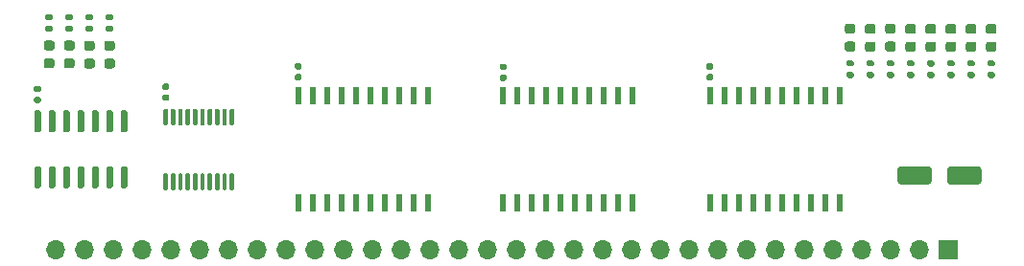
<source format=gbr>
%TF.GenerationSoftware,KiCad,Pcbnew,(5.1.10-1-10_14)*%
%TF.CreationDate,2021-09-10T00:22:32-04:00*%
%TF.ProjectId,smd-register-array,736d642d-7265-4676-9973-7465722d6172,rev?*%
%TF.SameCoordinates,Original*%
%TF.FileFunction,Soldermask,Top*%
%TF.FilePolarity,Negative*%
%FSLAX46Y46*%
G04 Gerber Fmt 4.6, Leading zero omitted, Abs format (unit mm)*
G04 Created by KiCad (PCBNEW (5.1.10-1-10_14)) date 2021-09-10 00:22:32*
%MOMM*%
%LPD*%
G01*
G04 APERTURE LIST*
%ADD10O,1.700000X1.700000*%
%ADD11R,1.700000X1.700000*%
%ADD12R,0.600000X1.500000*%
G04 APERTURE END LIST*
D10*
%TO.C,J1*%
X123698000Y-89916000D03*
X126238000Y-89916000D03*
X128778000Y-89916000D03*
X131318000Y-89916000D03*
X133858000Y-89916000D03*
X136398000Y-89916000D03*
X138938000Y-89916000D03*
X141478000Y-89916000D03*
X144018000Y-89916000D03*
X146558000Y-89916000D03*
X149098000Y-89916000D03*
X151638000Y-89916000D03*
X154178000Y-89916000D03*
X156718000Y-89916000D03*
X159258000Y-89916000D03*
X161798000Y-89916000D03*
X164338000Y-89916000D03*
X166878000Y-89916000D03*
X169418000Y-89916000D03*
X171958000Y-89916000D03*
X174498000Y-89916000D03*
X177038000Y-89916000D03*
X179578000Y-89916000D03*
X182118000Y-89916000D03*
X184658000Y-89916000D03*
X187198000Y-89916000D03*
X189738000Y-89916000D03*
X192278000Y-89916000D03*
X194818000Y-89916000D03*
X197358000Y-89916000D03*
X199898000Y-89916000D03*
D11*
X202438000Y-89916000D03*
%TD*%
%TO.C,C6*%
G36*
G01*
X122282000Y-75958000D02*
X121942000Y-75958000D01*
G75*
G02*
X121802000Y-75818000I0J140000D01*
G01*
X121802000Y-75538000D01*
G75*
G02*
X121942000Y-75398000I140000J0D01*
G01*
X122282000Y-75398000D01*
G75*
G02*
X122422000Y-75538000I0J-140000D01*
G01*
X122422000Y-75818000D01*
G75*
G02*
X122282000Y-75958000I-140000J0D01*
G01*
G37*
G36*
G01*
X122282000Y-76918000D02*
X121942000Y-76918000D01*
G75*
G02*
X121802000Y-76778000I0J140000D01*
G01*
X121802000Y-76498000D01*
G75*
G02*
X121942000Y-76358000I140000J0D01*
G01*
X122282000Y-76358000D01*
G75*
G02*
X122422000Y-76498000I0J-140000D01*
G01*
X122422000Y-76778000D01*
G75*
G02*
X122282000Y-76918000I-140000J0D01*
G01*
G37*
%TD*%
D12*
%TO.C,U5*%
X181421000Y-76262000D03*
X182691000Y-76262000D03*
X183961000Y-76262000D03*
X185231000Y-76262000D03*
X186501000Y-76262000D03*
X187771000Y-76262000D03*
X189041000Y-76262000D03*
X190311000Y-76262000D03*
X191581000Y-76262000D03*
X192851000Y-76262000D03*
X192851000Y-85762000D03*
X191581000Y-85762000D03*
X190311000Y-85762000D03*
X189041000Y-85762000D03*
X181421000Y-85762000D03*
X182691000Y-85762000D03*
X183961000Y-85762000D03*
X185231000Y-85762000D03*
X186501000Y-85762000D03*
X187771000Y-85762000D03*
%TD*%
%TO.C,U4*%
X163190600Y-76262000D03*
X164460600Y-76262000D03*
X165730600Y-76262000D03*
X167000600Y-76262000D03*
X168270600Y-76262000D03*
X169540600Y-76262000D03*
X170810600Y-76262000D03*
X172080600Y-76262000D03*
X173350600Y-76262000D03*
X174620600Y-76262000D03*
X174620600Y-85762000D03*
X173350600Y-85762000D03*
X172080600Y-85762000D03*
X170810600Y-85762000D03*
X163190600Y-85762000D03*
X164460600Y-85762000D03*
X165730600Y-85762000D03*
X167000600Y-85762000D03*
X168270600Y-85762000D03*
X169540600Y-85762000D03*
%TD*%
%TO.C,U3*%
X145099000Y-76262000D03*
X146369000Y-76262000D03*
X147639000Y-76262000D03*
X148909000Y-76262000D03*
X150179000Y-76262000D03*
X151449000Y-76262000D03*
X152719000Y-76262000D03*
X153989000Y-76262000D03*
X155259000Y-76262000D03*
X156529000Y-76262000D03*
X156529000Y-85762000D03*
X155259000Y-85762000D03*
X153989000Y-85762000D03*
X152719000Y-85762000D03*
X145099000Y-85762000D03*
X146369000Y-85762000D03*
X147639000Y-85762000D03*
X148909000Y-85762000D03*
X150179000Y-85762000D03*
X151449000Y-85762000D03*
%TD*%
%TO.C,U2*%
G36*
G01*
X133511000Y-78887000D02*
X133311000Y-78887000D01*
G75*
G02*
X133211000Y-78787000I0J100000D01*
G01*
X133211000Y-77512000D01*
G75*
G02*
X133311000Y-77412000I100000J0D01*
G01*
X133511000Y-77412000D01*
G75*
G02*
X133611000Y-77512000I0J-100000D01*
G01*
X133611000Y-78787000D01*
G75*
G02*
X133511000Y-78887000I-100000J0D01*
G01*
G37*
G36*
G01*
X134161000Y-78887000D02*
X133961000Y-78887000D01*
G75*
G02*
X133861000Y-78787000I0J100000D01*
G01*
X133861000Y-77512000D01*
G75*
G02*
X133961000Y-77412000I100000J0D01*
G01*
X134161000Y-77412000D01*
G75*
G02*
X134261000Y-77512000I0J-100000D01*
G01*
X134261000Y-78787000D01*
G75*
G02*
X134161000Y-78887000I-100000J0D01*
G01*
G37*
G36*
G01*
X134811000Y-78887000D02*
X134611000Y-78887000D01*
G75*
G02*
X134511000Y-78787000I0J100000D01*
G01*
X134511000Y-77512000D01*
G75*
G02*
X134611000Y-77412000I100000J0D01*
G01*
X134811000Y-77412000D01*
G75*
G02*
X134911000Y-77512000I0J-100000D01*
G01*
X134911000Y-78787000D01*
G75*
G02*
X134811000Y-78887000I-100000J0D01*
G01*
G37*
G36*
G01*
X135461000Y-78887000D02*
X135261000Y-78887000D01*
G75*
G02*
X135161000Y-78787000I0J100000D01*
G01*
X135161000Y-77512000D01*
G75*
G02*
X135261000Y-77412000I100000J0D01*
G01*
X135461000Y-77412000D01*
G75*
G02*
X135561000Y-77512000I0J-100000D01*
G01*
X135561000Y-78787000D01*
G75*
G02*
X135461000Y-78887000I-100000J0D01*
G01*
G37*
G36*
G01*
X136111000Y-78887000D02*
X135911000Y-78887000D01*
G75*
G02*
X135811000Y-78787000I0J100000D01*
G01*
X135811000Y-77512000D01*
G75*
G02*
X135911000Y-77412000I100000J0D01*
G01*
X136111000Y-77412000D01*
G75*
G02*
X136211000Y-77512000I0J-100000D01*
G01*
X136211000Y-78787000D01*
G75*
G02*
X136111000Y-78887000I-100000J0D01*
G01*
G37*
G36*
G01*
X136761000Y-78887000D02*
X136561000Y-78887000D01*
G75*
G02*
X136461000Y-78787000I0J100000D01*
G01*
X136461000Y-77512000D01*
G75*
G02*
X136561000Y-77412000I100000J0D01*
G01*
X136761000Y-77412000D01*
G75*
G02*
X136861000Y-77512000I0J-100000D01*
G01*
X136861000Y-78787000D01*
G75*
G02*
X136761000Y-78887000I-100000J0D01*
G01*
G37*
G36*
G01*
X137411000Y-78887000D02*
X137211000Y-78887000D01*
G75*
G02*
X137111000Y-78787000I0J100000D01*
G01*
X137111000Y-77512000D01*
G75*
G02*
X137211000Y-77412000I100000J0D01*
G01*
X137411000Y-77412000D01*
G75*
G02*
X137511000Y-77512000I0J-100000D01*
G01*
X137511000Y-78787000D01*
G75*
G02*
X137411000Y-78887000I-100000J0D01*
G01*
G37*
G36*
G01*
X138061000Y-78887000D02*
X137861000Y-78887000D01*
G75*
G02*
X137761000Y-78787000I0J100000D01*
G01*
X137761000Y-77512000D01*
G75*
G02*
X137861000Y-77412000I100000J0D01*
G01*
X138061000Y-77412000D01*
G75*
G02*
X138161000Y-77512000I0J-100000D01*
G01*
X138161000Y-78787000D01*
G75*
G02*
X138061000Y-78887000I-100000J0D01*
G01*
G37*
G36*
G01*
X138711000Y-78887000D02*
X138511000Y-78887000D01*
G75*
G02*
X138411000Y-78787000I0J100000D01*
G01*
X138411000Y-77512000D01*
G75*
G02*
X138511000Y-77412000I100000J0D01*
G01*
X138711000Y-77412000D01*
G75*
G02*
X138811000Y-77512000I0J-100000D01*
G01*
X138811000Y-78787000D01*
G75*
G02*
X138711000Y-78887000I-100000J0D01*
G01*
G37*
G36*
G01*
X139361000Y-78887000D02*
X139161000Y-78887000D01*
G75*
G02*
X139061000Y-78787000I0J100000D01*
G01*
X139061000Y-77512000D01*
G75*
G02*
X139161000Y-77412000I100000J0D01*
G01*
X139361000Y-77412000D01*
G75*
G02*
X139461000Y-77512000I0J-100000D01*
G01*
X139461000Y-78787000D01*
G75*
G02*
X139361000Y-78887000I-100000J0D01*
G01*
G37*
G36*
G01*
X139361000Y-84612000D02*
X139161000Y-84612000D01*
G75*
G02*
X139061000Y-84512000I0J100000D01*
G01*
X139061000Y-83237000D01*
G75*
G02*
X139161000Y-83137000I100000J0D01*
G01*
X139361000Y-83137000D01*
G75*
G02*
X139461000Y-83237000I0J-100000D01*
G01*
X139461000Y-84512000D01*
G75*
G02*
X139361000Y-84612000I-100000J0D01*
G01*
G37*
G36*
G01*
X138711000Y-84612000D02*
X138511000Y-84612000D01*
G75*
G02*
X138411000Y-84512000I0J100000D01*
G01*
X138411000Y-83237000D01*
G75*
G02*
X138511000Y-83137000I100000J0D01*
G01*
X138711000Y-83137000D01*
G75*
G02*
X138811000Y-83237000I0J-100000D01*
G01*
X138811000Y-84512000D01*
G75*
G02*
X138711000Y-84612000I-100000J0D01*
G01*
G37*
G36*
G01*
X138061000Y-84612000D02*
X137861000Y-84612000D01*
G75*
G02*
X137761000Y-84512000I0J100000D01*
G01*
X137761000Y-83237000D01*
G75*
G02*
X137861000Y-83137000I100000J0D01*
G01*
X138061000Y-83137000D01*
G75*
G02*
X138161000Y-83237000I0J-100000D01*
G01*
X138161000Y-84512000D01*
G75*
G02*
X138061000Y-84612000I-100000J0D01*
G01*
G37*
G36*
G01*
X137411000Y-84612000D02*
X137211000Y-84612000D01*
G75*
G02*
X137111000Y-84512000I0J100000D01*
G01*
X137111000Y-83237000D01*
G75*
G02*
X137211000Y-83137000I100000J0D01*
G01*
X137411000Y-83137000D01*
G75*
G02*
X137511000Y-83237000I0J-100000D01*
G01*
X137511000Y-84512000D01*
G75*
G02*
X137411000Y-84612000I-100000J0D01*
G01*
G37*
G36*
G01*
X136761000Y-84612000D02*
X136561000Y-84612000D01*
G75*
G02*
X136461000Y-84512000I0J100000D01*
G01*
X136461000Y-83237000D01*
G75*
G02*
X136561000Y-83137000I100000J0D01*
G01*
X136761000Y-83137000D01*
G75*
G02*
X136861000Y-83237000I0J-100000D01*
G01*
X136861000Y-84512000D01*
G75*
G02*
X136761000Y-84612000I-100000J0D01*
G01*
G37*
G36*
G01*
X136111000Y-84612000D02*
X135911000Y-84612000D01*
G75*
G02*
X135811000Y-84512000I0J100000D01*
G01*
X135811000Y-83237000D01*
G75*
G02*
X135911000Y-83137000I100000J0D01*
G01*
X136111000Y-83137000D01*
G75*
G02*
X136211000Y-83237000I0J-100000D01*
G01*
X136211000Y-84512000D01*
G75*
G02*
X136111000Y-84612000I-100000J0D01*
G01*
G37*
G36*
G01*
X135461000Y-84612000D02*
X135261000Y-84612000D01*
G75*
G02*
X135161000Y-84512000I0J100000D01*
G01*
X135161000Y-83237000D01*
G75*
G02*
X135261000Y-83137000I100000J0D01*
G01*
X135461000Y-83137000D01*
G75*
G02*
X135561000Y-83237000I0J-100000D01*
G01*
X135561000Y-84512000D01*
G75*
G02*
X135461000Y-84612000I-100000J0D01*
G01*
G37*
G36*
G01*
X134811000Y-84612000D02*
X134611000Y-84612000D01*
G75*
G02*
X134511000Y-84512000I0J100000D01*
G01*
X134511000Y-83237000D01*
G75*
G02*
X134611000Y-83137000I100000J0D01*
G01*
X134811000Y-83137000D01*
G75*
G02*
X134911000Y-83237000I0J-100000D01*
G01*
X134911000Y-84512000D01*
G75*
G02*
X134811000Y-84612000I-100000J0D01*
G01*
G37*
G36*
G01*
X134161000Y-84612000D02*
X133961000Y-84612000D01*
G75*
G02*
X133861000Y-84512000I0J100000D01*
G01*
X133861000Y-83237000D01*
G75*
G02*
X133961000Y-83137000I100000J0D01*
G01*
X134161000Y-83137000D01*
G75*
G02*
X134261000Y-83237000I0J-100000D01*
G01*
X134261000Y-84512000D01*
G75*
G02*
X134161000Y-84612000I-100000J0D01*
G01*
G37*
G36*
G01*
X133511000Y-84612000D02*
X133311000Y-84612000D01*
G75*
G02*
X133211000Y-84512000I0J100000D01*
G01*
X133211000Y-83237000D01*
G75*
G02*
X133311000Y-83137000I100000J0D01*
G01*
X133511000Y-83137000D01*
G75*
G02*
X133611000Y-83237000I0J-100000D01*
G01*
X133611000Y-84512000D01*
G75*
G02*
X133511000Y-84612000I-100000J0D01*
G01*
G37*
%TD*%
%TO.C,U1*%
G36*
G01*
X122262000Y-79512000D02*
X121962000Y-79512000D01*
G75*
G02*
X121812000Y-79362000I0J150000D01*
G01*
X121812000Y-77712000D01*
G75*
G02*
X121962000Y-77562000I150000J0D01*
G01*
X122262000Y-77562000D01*
G75*
G02*
X122412000Y-77712000I0J-150000D01*
G01*
X122412000Y-79362000D01*
G75*
G02*
X122262000Y-79512000I-150000J0D01*
G01*
G37*
G36*
G01*
X123532000Y-79512000D02*
X123232000Y-79512000D01*
G75*
G02*
X123082000Y-79362000I0J150000D01*
G01*
X123082000Y-77712000D01*
G75*
G02*
X123232000Y-77562000I150000J0D01*
G01*
X123532000Y-77562000D01*
G75*
G02*
X123682000Y-77712000I0J-150000D01*
G01*
X123682000Y-79362000D01*
G75*
G02*
X123532000Y-79512000I-150000J0D01*
G01*
G37*
G36*
G01*
X124802000Y-79512000D02*
X124502000Y-79512000D01*
G75*
G02*
X124352000Y-79362000I0J150000D01*
G01*
X124352000Y-77712000D01*
G75*
G02*
X124502000Y-77562000I150000J0D01*
G01*
X124802000Y-77562000D01*
G75*
G02*
X124952000Y-77712000I0J-150000D01*
G01*
X124952000Y-79362000D01*
G75*
G02*
X124802000Y-79512000I-150000J0D01*
G01*
G37*
G36*
G01*
X126072000Y-79512000D02*
X125772000Y-79512000D01*
G75*
G02*
X125622000Y-79362000I0J150000D01*
G01*
X125622000Y-77712000D01*
G75*
G02*
X125772000Y-77562000I150000J0D01*
G01*
X126072000Y-77562000D01*
G75*
G02*
X126222000Y-77712000I0J-150000D01*
G01*
X126222000Y-79362000D01*
G75*
G02*
X126072000Y-79512000I-150000J0D01*
G01*
G37*
G36*
G01*
X127342000Y-79512000D02*
X127042000Y-79512000D01*
G75*
G02*
X126892000Y-79362000I0J150000D01*
G01*
X126892000Y-77712000D01*
G75*
G02*
X127042000Y-77562000I150000J0D01*
G01*
X127342000Y-77562000D01*
G75*
G02*
X127492000Y-77712000I0J-150000D01*
G01*
X127492000Y-79362000D01*
G75*
G02*
X127342000Y-79512000I-150000J0D01*
G01*
G37*
G36*
G01*
X128612000Y-79512000D02*
X128312000Y-79512000D01*
G75*
G02*
X128162000Y-79362000I0J150000D01*
G01*
X128162000Y-77712000D01*
G75*
G02*
X128312000Y-77562000I150000J0D01*
G01*
X128612000Y-77562000D01*
G75*
G02*
X128762000Y-77712000I0J-150000D01*
G01*
X128762000Y-79362000D01*
G75*
G02*
X128612000Y-79512000I-150000J0D01*
G01*
G37*
G36*
G01*
X129882000Y-79512000D02*
X129582000Y-79512000D01*
G75*
G02*
X129432000Y-79362000I0J150000D01*
G01*
X129432000Y-77712000D01*
G75*
G02*
X129582000Y-77562000I150000J0D01*
G01*
X129882000Y-77562000D01*
G75*
G02*
X130032000Y-77712000I0J-150000D01*
G01*
X130032000Y-79362000D01*
G75*
G02*
X129882000Y-79512000I-150000J0D01*
G01*
G37*
G36*
G01*
X129882000Y-84462000D02*
X129582000Y-84462000D01*
G75*
G02*
X129432000Y-84312000I0J150000D01*
G01*
X129432000Y-82662000D01*
G75*
G02*
X129582000Y-82512000I150000J0D01*
G01*
X129882000Y-82512000D01*
G75*
G02*
X130032000Y-82662000I0J-150000D01*
G01*
X130032000Y-84312000D01*
G75*
G02*
X129882000Y-84462000I-150000J0D01*
G01*
G37*
G36*
G01*
X128612000Y-84462000D02*
X128312000Y-84462000D01*
G75*
G02*
X128162000Y-84312000I0J150000D01*
G01*
X128162000Y-82662000D01*
G75*
G02*
X128312000Y-82512000I150000J0D01*
G01*
X128612000Y-82512000D01*
G75*
G02*
X128762000Y-82662000I0J-150000D01*
G01*
X128762000Y-84312000D01*
G75*
G02*
X128612000Y-84462000I-150000J0D01*
G01*
G37*
G36*
G01*
X127342000Y-84462000D02*
X127042000Y-84462000D01*
G75*
G02*
X126892000Y-84312000I0J150000D01*
G01*
X126892000Y-82662000D01*
G75*
G02*
X127042000Y-82512000I150000J0D01*
G01*
X127342000Y-82512000D01*
G75*
G02*
X127492000Y-82662000I0J-150000D01*
G01*
X127492000Y-84312000D01*
G75*
G02*
X127342000Y-84462000I-150000J0D01*
G01*
G37*
G36*
G01*
X126072000Y-84462000D02*
X125772000Y-84462000D01*
G75*
G02*
X125622000Y-84312000I0J150000D01*
G01*
X125622000Y-82662000D01*
G75*
G02*
X125772000Y-82512000I150000J0D01*
G01*
X126072000Y-82512000D01*
G75*
G02*
X126222000Y-82662000I0J-150000D01*
G01*
X126222000Y-84312000D01*
G75*
G02*
X126072000Y-84462000I-150000J0D01*
G01*
G37*
G36*
G01*
X124802000Y-84462000D02*
X124502000Y-84462000D01*
G75*
G02*
X124352000Y-84312000I0J150000D01*
G01*
X124352000Y-82662000D01*
G75*
G02*
X124502000Y-82512000I150000J0D01*
G01*
X124802000Y-82512000D01*
G75*
G02*
X124952000Y-82662000I0J-150000D01*
G01*
X124952000Y-84312000D01*
G75*
G02*
X124802000Y-84462000I-150000J0D01*
G01*
G37*
G36*
G01*
X123532000Y-84462000D02*
X123232000Y-84462000D01*
G75*
G02*
X123082000Y-84312000I0J150000D01*
G01*
X123082000Y-82662000D01*
G75*
G02*
X123232000Y-82512000I150000J0D01*
G01*
X123532000Y-82512000D01*
G75*
G02*
X123682000Y-82662000I0J-150000D01*
G01*
X123682000Y-84312000D01*
G75*
G02*
X123532000Y-84462000I-150000J0D01*
G01*
G37*
G36*
G01*
X122262000Y-84462000D02*
X121962000Y-84462000D01*
G75*
G02*
X121812000Y-84312000I0J150000D01*
G01*
X121812000Y-82662000D01*
G75*
G02*
X121962000Y-82512000I150000J0D01*
G01*
X122262000Y-82512000D01*
G75*
G02*
X122412000Y-82662000I0J-150000D01*
G01*
X122412000Y-84312000D01*
G75*
G02*
X122262000Y-84462000I-150000J0D01*
G01*
G37*
%TD*%
%TO.C,R12*%
G36*
G01*
X123313000Y-69594000D02*
X122943000Y-69594000D01*
G75*
G02*
X122808000Y-69459000I0J135000D01*
G01*
X122808000Y-69189000D01*
G75*
G02*
X122943000Y-69054000I135000J0D01*
G01*
X123313000Y-69054000D01*
G75*
G02*
X123448000Y-69189000I0J-135000D01*
G01*
X123448000Y-69459000D01*
G75*
G02*
X123313000Y-69594000I-135000J0D01*
G01*
G37*
G36*
G01*
X123313000Y-70614000D02*
X122943000Y-70614000D01*
G75*
G02*
X122808000Y-70479000I0J135000D01*
G01*
X122808000Y-70209000D01*
G75*
G02*
X122943000Y-70074000I135000J0D01*
G01*
X123313000Y-70074000D01*
G75*
G02*
X123448000Y-70209000I0J-135000D01*
G01*
X123448000Y-70479000D01*
G75*
G02*
X123313000Y-70614000I-135000J0D01*
G01*
G37*
%TD*%
%TO.C,R11*%
G36*
G01*
X125091000Y-69594000D02*
X124721000Y-69594000D01*
G75*
G02*
X124586000Y-69459000I0J135000D01*
G01*
X124586000Y-69189000D01*
G75*
G02*
X124721000Y-69054000I135000J0D01*
G01*
X125091000Y-69054000D01*
G75*
G02*
X125226000Y-69189000I0J-135000D01*
G01*
X125226000Y-69459000D01*
G75*
G02*
X125091000Y-69594000I-135000J0D01*
G01*
G37*
G36*
G01*
X125091000Y-70614000D02*
X124721000Y-70614000D01*
G75*
G02*
X124586000Y-70479000I0J135000D01*
G01*
X124586000Y-70209000D01*
G75*
G02*
X124721000Y-70074000I135000J0D01*
G01*
X125091000Y-70074000D01*
G75*
G02*
X125226000Y-70209000I0J-135000D01*
G01*
X125226000Y-70479000D01*
G75*
G02*
X125091000Y-70614000I-135000J0D01*
G01*
G37*
%TD*%
%TO.C,R10*%
G36*
G01*
X126869000Y-69598000D02*
X126499000Y-69598000D01*
G75*
G02*
X126364000Y-69463000I0J135000D01*
G01*
X126364000Y-69193000D01*
G75*
G02*
X126499000Y-69058000I135000J0D01*
G01*
X126869000Y-69058000D01*
G75*
G02*
X127004000Y-69193000I0J-135000D01*
G01*
X127004000Y-69463000D01*
G75*
G02*
X126869000Y-69598000I-135000J0D01*
G01*
G37*
G36*
G01*
X126869000Y-70618000D02*
X126499000Y-70618000D01*
G75*
G02*
X126364000Y-70483000I0J135000D01*
G01*
X126364000Y-70213000D01*
G75*
G02*
X126499000Y-70078000I135000J0D01*
G01*
X126869000Y-70078000D01*
G75*
G02*
X127004000Y-70213000I0J-135000D01*
G01*
X127004000Y-70483000D01*
G75*
G02*
X126869000Y-70618000I-135000J0D01*
G01*
G37*
%TD*%
%TO.C,R9*%
G36*
G01*
X128647000Y-69596000D02*
X128277000Y-69596000D01*
G75*
G02*
X128142000Y-69461000I0J135000D01*
G01*
X128142000Y-69191000D01*
G75*
G02*
X128277000Y-69056000I135000J0D01*
G01*
X128647000Y-69056000D01*
G75*
G02*
X128782000Y-69191000I0J-135000D01*
G01*
X128782000Y-69461000D01*
G75*
G02*
X128647000Y-69596000I-135000J0D01*
G01*
G37*
G36*
G01*
X128647000Y-70616000D02*
X128277000Y-70616000D01*
G75*
G02*
X128142000Y-70481000I0J135000D01*
G01*
X128142000Y-70211000D01*
G75*
G02*
X128277000Y-70076000I135000J0D01*
G01*
X128647000Y-70076000D01*
G75*
G02*
X128782000Y-70211000I0J-135000D01*
G01*
X128782000Y-70481000D01*
G75*
G02*
X128647000Y-70616000I-135000J0D01*
G01*
G37*
%TD*%
%TO.C,R8*%
G36*
G01*
X193611000Y-74154000D02*
X193981000Y-74154000D01*
G75*
G02*
X194116000Y-74289000I0J-135000D01*
G01*
X194116000Y-74559000D01*
G75*
G02*
X193981000Y-74694000I-135000J0D01*
G01*
X193611000Y-74694000D01*
G75*
G02*
X193476000Y-74559000I0J135000D01*
G01*
X193476000Y-74289000D01*
G75*
G02*
X193611000Y-74154000I135000J0D01*
G01*
G37*
G36*
G01*
X193611000Y-73134000D02*
X193981000Y-73134000D01*
G75*
G02*
X194116000Y-73269000I0J-135000D01*
G01*
X194116000Y-73539000D01*
G75*
G02*
X193981000Y-73674000I-135000J0D01*
G01*
X193611000Y-73674000D01*
G75*
G02*
X193476000Y-73539000I0J135000D01*
G01*
X193476000Y-73269000D01*
G75*
G02*
X193611000Y-73134000I135000J0D01*
G01*
G37*
%TD*%
%TO.C,R7*%
G36*
G01*
X195389000Y-74154000D02*
X195759000Y-74154000D01*
G75*
G02*
X195894000Y-74289000I0J-135000D01*
G01*
X195894000Y-74559000D01*
G75*
G02*
X195759000Y-74694000I-135000J0D01*
G01*
X195389000Y-74694000D01*
G75*
G02*
X195254000Y-74559000I0J135000D01*
G01*
X195254000Y-74289000D01*
G75*
G02*
X195389000Y-74154000I135000J0D01*
G01*
G37*
G36*
G01*
X195389000Y-73134000D02*
X195759000Y-73134000D01*
G75*
G02*
X195894000Y-73269000I0J-135000D01*
G01*
X195894000Y-73539000D01*
G75*
G02*
X195759000Y-73674000I-135000J0D01*
G01*
X195389000Y-73674000D01*
G75*
G02*
X195254000Y-73539000I0J135000D01*
G01*
X195254000Y-73269000D01*
G75*
G02*
X195389000Y-73134000I135000J0D01*
G01*
G37*
%TD*%
%TO.C,R6*%
G36*
G01*
X197167000Y-74154000D02*
X197537000Y-74154000D01*
G75*
G02*
X197672000Y-74289000I0J-135000D01*
G01*
X197672000Y-74559000D01*
G75*
G02*
X197537000Y-74694000I-135000J0D01*
G01*
X197167000Y-74694000D01*
G75*
G02*
X197032000Y-74559000I0J135000D01*
G01*
X197032000Y-74289000D01*
G75*
G02*
X197167000Y-74154000I135000J0D01*
G01*
G37*
G36*
G01*
X197167000Y-73134000D02*
X197537000Y-73134000D01*
G75*
G02*
X197672000Y-73269000I0J-135000D01*
G01*
X197672000Y-73539000D01*
G75*
G02*
X197537000Y-73674000I-135000J0D01*
G01*
X197167000Y-73674000D01*
G75*
G02*
X197032000Y-73539000I0J135000D01*
G01*
X197032000Y-73269000D01*
G75*
G02*
X197167000Y-73134000I135000J0D01*
G01*
G37*
%TD*%
%TO.C,R5*%
G36*
G01*
X198945000Y-74152000D02*
X199315000Y-74152000D01*
G75*
G02*
X199450000Y-74287000I0J-135000D01*
G01*
X199450000Y-74557000D01*
G75*
G02*
X199315000Y-74692000I-135000J0D01*
G01*
X198945000Y-74692000D01*
G75*
G02*
X198810000Y-74557000I0J135000D01*
G01*
X198810000Y-74287000D01*
G75*
G02*
X198945000Y-74152000I135000J0D01*
G01*
G37*
G36*
G01*
X198945000Y-73132000D02*
X199315000Y-73132000D01*
G75*
G02*
X199450000Y-73267000I0J-135000D01*
G01*
X199450000Y-73537000D01*
G75*
G02*
X199315000Y-73672000I-135000J0D01*
G01*
X198945000Y-73672000D01*
G75*
G02*
X198810000Y-73537000I0J135000D01*
G01*
X198810000Y-73267000D01*
G75*
G02*
X198945000Y-73132000I135000J0D01*
G01*
G37*
%TD*%
%TO.C,R4*%
G36*
G01*
X200723000Y-74156000D02*
X201093000Y-74156000D01*
G75*
G02*
X201228000Y-74291000I0J-135000D01*
G01*
X201228000Y-74561000D01*
G75*
G02*
X201093000Y-74696000I-135000J0D01*
G01*
X200723000Y-74696000D01*
G75*
G02*
X200588000Y-74561000I0J135000D01*
G01*
X200588000Y-74291000D01*
G75*
G02*
X200723000Y-74156000I135000J0D01*
G01*
G37*
G36*
G01*
X200723000Y-73136000D02*
X201093000Y-73136000D01*
G75*
G02*
X201228000Y-73271000I0J-135000D01*
G01*
X201228000Y-73541000D01*
G75*
G02*
X201093000Y-73676000I-135000J0D01*
G01*
X200723000Y-73676000D01*
G75*
G02*
X200588000Y-73541000I0J135000D01*
G01*
X200588000Y-73271000D01*
G75*
G02*
X200723000Y-73136000I135000J0D01*
G01*
G37*
%TD*%
%TO.C,R3*%
G36*
G01*
X202501000Y-74154000D02*
X202871000Y-74154000D01*
G75*
G02*
X203006000Y-74289000I0J-135000D01*
G01*
X203006000Y-74559000D01*
G75*
G02*
X202871000Y-74694000I-135000J0D01*
G01*
X202501000Y-74694000D01*
G75*
G02*
X202366000Y-74559000I0J135000D01*
G01*
X202366000Y-74289000D01*
G75*
G02*
X202501000Y-74154000I135000J0D01*
G01*
G37*
G36*
G01*
X202501000Y-73134000D02*
X202871000Y-73134000D01*
G75*
G02*
X203006000Y-73269000I0J-135000D01*
G01*
X203006000Y-73539000D01*
G75*
G02*
X202871000Y-73674000I-135000J0D01*
G01*
X202501000Y-73674000D01*
G75*
G02*
X202366000Y-73539000I0J135000D01*
G01*
X202366000Y-73269000D01*
G75*
G02*
X202501000Y-73134000I135000J0D01*
G01*
G37*
%TD*%
%TO.C,R2*%
G36*
G01*
X204279000Y-74154000D02*
X204649000Y-74154000D01*
G75*
G02*
X204784000Y-74289000I0J-135000D01*
G01*
X204784000Y-74559000D01*
G75*
G02*
X204649000Y-74694000I-135000J0D01*
G01*
X204279000Y-74694000D01*
G75*
G02*
X204144000Y-74559000I0J135000D01*
G01*
X204144000Y-74289000D01*
G75*
G02*
X204279000Y-74154000I135000J0D01*
G01*
G37*
G36*
G01*
X204279000Y-73134000D02*
X204649000Y-73134000D01*
G75*
G02*
X204784000Y-73269000I0J-135000D01*
G01*
X204784000Y-73539000D01*
G75*
G02*
X204649000Y-73674000I-135000J0D01*
G01*
X204279000Y-73674000D01*
G75*
G02*
X204144000Y-73539000I0J135000D01*
G01*
X204144000Y-73269000D01*
G75*
G02*
X204279000Y-73134000I135000J0D01*
G01*
G37*
%TD*%
%TO.C,R1*%
G36*
G01*
X206057000Y-74154000D02*
X206427000Y-74154000D01*
G75*
G02*
X206562000Y-74289000I0J-135000D01*
G01*
X206562000Y-74559000D01*
G75*
G02*
X206427000Y-74694000I-135000J0D01*
G01*
X206057000Y-74694000D01*
G75*
G02*
X205922000Y-74559000I0J135000D01*
G01*
X205922000Y-74289000D01*
G75*
G02*
X206057000Y-74154000I135000J0D01*
G01*
G37*
G36*
G01*
X206057000Y-73134000D02*
X206427000Y-73134000D01*
G75*
G02*
X206562000Y-73269000I0J-135000D01*
G01*
X206562000Y-73539000D01*
G75*
G02*
X206427000Y-73674000I-135000J0D01*
G01*
X206057000Y-73674000D01*
G75*
G02*
X205922000Y-73539000I0J135000D01*
G01*
X205922000Y-73269000D01*
G75*
G02*
X206057000Y-73134000I135000J0D01*
G01*
G37*
%TD*%
%TO.C,D12*%
G36*
G01*
X122871750Y-72954500D02*
X123384250Y-72954500D01*
G75*
G02*
X123603000Y-73173250I0J-218750D01*
G01*
X123603000Y-73610750D01*
G75*
G02*
X123384250Y-73829500I-218750J0D01*
G01*
X122871750Y-73829500D01*
G75*
G02*
X122653000Y-73610750I0J218750D01*
G01*
X122653000Y-73173250D01*
G75*
G02*
X122871750Y-72954500I218750J0D01*
G01*
G37*
G36*
G01*
X122871750Y-71379500D02*
X123384250Y-71379500D01*
G75*
G02*
X123603000Y-71598250I0J-218750D01*
G01*
X123603000Y-72035750D01*
G75*
G02*
X123384250Y-72254500I-218750J0D01*
G01*
X122871750Y-72254500D01*
G75*
G02*
X122653000Y-72035750I0J218750D01*
G01*
X122653000Y-71598250D01*
G75*
G02*
X122871750Y-71379500I218750J0D01*
G01*
G37*
%TD*%
%TO.C,D11*%
G36*
G01*
X124649750Y-72954500D02*
X125162250Y-72954500D01*
G75*
G02*
X125381000Y-73173250I0J-218750D01*
G01*
X125381000Y-73610750D01*
G75*
G02*
X125162250Y-73829500I-218750J0D01*
G01*
X124649750Y-73829500D01*
G75*
G02*
X124431000Y-73610750I0J218750D01*
G01*
X124431000Y-73173250D01*
G75*
G02*
X124649750Y-72954500I218750J0D01*
G01*
G37*
G36*
G01*
X124649750Y-71379500D02*
X125162250Y-71379500D01*
G75*
G02*
X125381000Y-71598250I0J-218750D01*
G01*
X125381000Y-72035750D01*
G75*
G02*
X125162250Y-72254500I-218750J0D01*
G01*
X124649750Y-72254500D01*
G75*
G02*
X124431000Y-72035750I0J218750D01*
G01*
X124431000Y-71598250D01*
G75*
G02*
X124649750Y-71379500I218750J0D01*
G01*
G37*
%TD*%
%TO.C,D10*%
G36*
G01*
X126427750Y-72980000D02*
X126940250Y-72980000D01*
G75*
G02*
X127159000Y-73198750I0J-218750D01*
G01*
X127159000Y-73636250D01*
G75*
G02*
X126940250Y-73855000I-218750J0D01*
G01*
X126427750Y-73855000D01*
G75*
G02*
X126209000Y-73636250I0J218750D01*
G01*
X126209000Y-73198750D01*
G75*
G02*
X126427750Y-72980000I218750J0D01*
G01*
G37*
G36*
G01*
X126427750Y-71405000D02*
X126940250Y-71405000D01*
G75*
G02*
X127159000Y-71623750I0J-218750D01*
G01*
X127159000Y-72061250D01*
G75*
G02*
X126940250Y-72280000I-218750J0D01*
G01*
X126427750Y-72280000D01*
G75*
G02*
X126209000Y-72061250I0J218750D01*
G01*
X126209000Y-71623750D01*
G75*
G02*
X126427750Y-71405000I218750J0D01*
G01*
G37*
%TD*%
%TO.C,D9*%
G36*
G01*
X128205750Y-72980000D02*
X128718250Y-72980000D01*
G75*
G02*
X128937000Y-73198750I0J-218750D01*
G01*
X128937000Y-73636250D01*
G75*
G02*
X128718250Y-73855000I-218750J0D01*
G01*
X128205750Y-73855000D01*
G75*
G02*
X127987000Y-73636250I0J218750D01*
G01*
X127987000Y-73198750D01*
G75*
G02*
X128205750Y-72980000I218750J0D01*
G01*
G37*
G36*
G01*
X128205750Y-71405000D02*
X128718250Y-71405000D01*
G75*
G02*
X128937000Y-71623750I0J-218750D01*
G01*
X128937000Y-72061250D01*
G75*
G02*
X128718250Y-72280000I-218750J0D01*
G01*
X128205750Y-72280000D01*
G75*
G02*
X127987000Y-72061250I0J218750D01*
G01*
X127987000Y-71623750D01*
G75*
G02*
X128205750Y-71405000I218750J0D01*
G01*
G37*
%TD*%
%TO.C,D8*%
G36*
G01*
X194052250Y-70770000D02*
X193539750Y-70770000D01*
G75*
G02*
X193321000Y-70551250I0J218750D01*
G01*
X193321000Y-70113750D01*
G75*
G02*
X193539750Y-69895000I218750J0D01*
G01*
X194052250Y-69895000D01*
G75*
G02*
X194271000Y-70113750I0J-218750D01*
G01*
X194271000Y-70551250D01*
G75*
G02*
X194052250Y-70770000I-218750J0D01*
G01*
G37*
G36*
G01*
X194052250Y-72345000D02*
X193539750Y-72345000D01*
G75*
G02*
X193321000Y-72126250I0J218750D01*
G01*
X193321000Y-71688750D01*
G75*
G02*
X193539750Y-71470000I218750J0D01*
G01*
X194052250Y-71470000D01*
G75*
G02*
X194271000Y-71688750I0J-218750D01*
G01*
X194271000Y-72126250D01*
G75*
G02*
X194052250Y-72345000I-218750J0D01*
G01*
G37*
%TD*%
%TO.C,D7*%
G36*
G01*
X195830250Y-70795500D02*
X195317750Y-70795500D01*
G75*
G02*
X195099000Y-70576750I0J218750D01*
G01*
X195099000Y-70139250D01*
G75*
G02*
X195317750Y-69920500I218750J0D01*
G01*
X195830250Y-69920500D01*
G75*
G02*
X196049000Y-70139250I0J-218750D01*
G01*
X196049000Y-70576750D01*
G75*
G02*
X195830250Y-70795500I-218750J0D01*
G01*
G37*
G36*
G01*
X195830250Y-72370500D02*
X195317750Y-72370500D01*
G75*
G02*
X195099000Y-72151750I0J218750D01*
G01*
X195099000Y-71714250D01*
G75*
G02*
X195317750Y-71495500I218750J0D01*
G01*
X195830250Y-71495500D01*
G75*
G02*
X196049000Y-71714250I0J-218750D01*
G01*
X196049000Y-72151750D01*
G75*
G02*
X195830250Y-72370500I-218750J0D01*
G01*
G37*
%TD*%
%TO.C,D6*%
G36*
G01*
X197608250Y-70770000D02*
X197095750Y-70770000D01*
G75*
G02*
X196877000Y-70551250I0J218750D01*
G01*
X196877000Y-70113750D01*
G75*
G02*
X197095750Y-69895000I218750J0D01*
G01*
X197608250Y-69895000D01*
G75*
G02*
X197827000Y-70113750I0J-218750D01*
G01*
X197827000Y-70551250D01*
G75*
G02*
X197608250Y-70770000I-218750J0D01*
G01*
G37*
G36*
G01*
X197608250Y-72345000D02*
X197095750Y-72345000D01*
G75*
G02*
X196877000Y-72126250I0J218750D01*
G01*
X196877000Y-71688750D01*
G75*
G02*
X197095750Y-71470000I218750J0D01*
G01*
X197608250Y-71470000D01*
G75*
G02*
X197827000Y-71688750I0J-218750D01*
G01*
X197827000Y-72126250D01*
G75*
G02*
X197608250Y-72345000I-218750J0D01*
G01*
G37*
%TD*%
%TO.C,D5*%
G36*
G01*
X199386250Y-70795500D02*
X198873750Y-70795500D01*
G75*
G02*
X198655000Y-70576750I0J218750D01*
G01*
X198655000Y-70139250D01*
G75*
G02*
X198873750Y-69920500I218750J0D01*
G01*
X199386250Y-69920500D01*
G75*
G02*
X199605000Y-70139250I0J-218750D01*
G01*
X199605000Y-70576750D01*
G75*
G02*
X199386250Y-70795500I-218750J0D01*
G01*
G37*
G36*
G01*
X199386250Y-72370500D02*
X198873750Y-72370500D01*
G75*
G02*
X198655000Y-72151750I0J218750D01*
G01*
X198655000Y-71714250D01*
G75*
G02*
X198873750Y-71495500I218750J0D01*
G01*
X199386250Y-71495500D01*
G75*
G02*
X199605000Y-71714250I0J-218750D01*
G01*
X199605000Y-72151750D01*
G75*
G02*
X199386250Y-72370500I-218750J0D01*
G01*
G37*
%TD*%
%TO.C,D4*%
G36*
G01*
X201164250Y-70795500D02*
X200651750Y-70795500D01*
G75*
G02*
X200433000Y-70576750I0J218750D01*
G01*
X200433000Y-70139250D01*
G75*
G02*
X200651750Y-69920500I218750J0D01*
G01*
X201164250Y-69920500D01*
G75*
G02*
X201383000Y-70139250I0J-218750D01*
G01*
X201383000Y-70576750D01*
G75*
G02*
X201164250Y-70795500I-218750J0D01*
G01*
G37*
G36*
G01*
X201164250Y-72370500D02*
X200651750Y-72370500D01*
G75*
G02*
X200433000Y-72151750I0J218750D01*
G01*
X200433000Y-71714250D01*
G75*
G02*
X200651750Y-71495500I218750J0D01*
G01*
X201164250Y-71495500D01*
G75*
G02*
X201383000Y-71714250I0J-218750D01*
G01*
X201383000Y-72151750D01*
G75*
G02*
X201164250Y-72370500I-218750J0D01*
G01*
G37*
%TD*%
%TO.C,D3*%
G36*
G01*
X202942250Y-70795500D02*
X202429750Y-70795500D01*
G75*
G02*
X202211000Y-70576750I0J218750D01*
G01*
X202211000Y-70139250D01*
G75*
G02*
X202429750Y-69920500I218750J0D01*
G01*
X202942250Y-69920500D01*
G75*
G02*
X203161000Y-70139250I0J-218750D01*
G01*
X203161000Y-70576750D01*
G75*
G02*
X202942250Y-70795500I-218750J0D01*
G01*
G37*
G36*
G01*
X202942250Y-72370500D02*
X202429750Y-72370500D01*
G75*
G02*
X202211000Y-72151750I0J218750D01*
G01*
X202211000Y-71714250D01*
G75*
G02*
X202429750Y-71495500I218750J0D01*
G01*
X202942250Y-71495500D01*
G75*
G02*
X203161000Y-71714250I0J-218750D01*
G01*
X203161000Y-72151750D01*
G75*
G02*
X202942250Y-72370500I-218750J0D01*
G01*
G37*
%TD*%
%TO.C,D2*%
G36*
G01*
X204720250Y-70795500D02*
X204207750Y-70795500D01*
G75*
G02*
X203989000Y-70576750I0J218750D01*
G01*
X203989000Y-70139250D01*
G75*
G02*
X204207750Y-69920500I218750J0D01*
G01*
X204720250Y-69920500D01*
G75*
G02*
X204939000Y-70139250I0J-218750D01*
G01*
X204939000Y-70576750D01*
G75*
G02*
X204720250Y-70795500I-218750J0D01*
G01*
G37*
G36*
G01*
X204720250Y-72370500D02*
X204207750Y-72370500D01*
G75*
G02*
X203989000Y-72151750I0J218750D01*
G01*
X203989000Y-71714250D01*
G75*
G02*
X204207750Y-71495500I218750J0D01*
G01*
X204720250Y-71495500D01*
G75*
G02*
X204939000Y-71714250I0J-218750D01*
G01*
X204939000Y-72151750D01*
G75*
G02*
X204720250Y-72370500I-218750J0D01*
G01*
G37*
%TD*%
%TO.C,D1*%
G36*
G01*
X206498250Y-70795500D02*
X205985750Y-70795500D01*
G75*
G02*
X205767000Y-70576750I0J218750D01*
G01*
X205767000Y-70139250D01*
G75*
G02*
X205985750Y-69920500I218750J0D01*
G01*
X206498250Y-69920500D01*
G75*
G02*
X206717000Y-70139250I0J-218750D01*
G01*
X206717000Y-70576750D01*
G75*
G02*
X206498250Y-70795500I-218750J0D01*
G01*
G37*
G36*
G01*
X206498250Y-72370500D02*
X205985750Y-72370500D01*
G75*
G02*
X205767000Y-72151750I0J218750D01*
G01*
X205767000Y-71714250D01*
G75*
G02*
X205985750Y-71495500I218750J0D01*
G01*
X206498250Y-71495500D01*
G75*
G02*
X206717000Y-71714250I0J-218750D01*
G01*
X206717000Y-72151750D01*
G75*
G02*
X206498250Y-72370500I-218750J0D01*
G01*
G37*
%TD*%
%TO.C,C4*%
G36*
G01*
X181592000Y-73948000D02*
X181252000Y-73948000D01*
G75*
G02*
X181112000Y-73808000I0J140000D01*
G01*
X181112000Y-73528000D01*
G75*
G02*
X181252000Y-73388000I140000J0D01*
G01*
X181592000Y-73388000D01*
G75*
G02*
X181732000Y-73528000I0J-140000D01*
G01*
X181732000Y-73808000D01*
G75*
G02*
X181592000Y-73948000I-140000J0D01*
G01*
G37*
G36*
G01*
X181592000Y-74908000D02*
X181252000Y-74908000D01*
G75*
G02*
X181112000Y-74768000I0J140000D01*
G01*
X181112000Y-74488000D01*
G75*
G02*
X181252000Y-74348000I140000J0D01*
G01*
X181592000Y-74348000D01*
G75*
G02*
X181732000Y-74488000I0J-140000D01*
G01*
X181732000Y-74768000D01*
G75*
G02*
X181592000Y-74908000I-140000J0D01*
G01*
G37*
%TD*%
%TO.C,C3*%
G36*
G01*
X163358000Y-73988000D02*
X163018000Y-73988000D01*
G75*
G02*
X162878000Y-73848000I0J140000D01*
G01*
X162878000Y-73568000D01*
G75*
G02*
X163018000Y-73428000I140000J0D01*
G01*
X163358000Y-73428000D01*
G75*
G02*
X163498000Y-73568000I0J-140000D01*
G01*
X163498000Y-73848000D01*
G75*
G02*
X163358000Y-73988000I-140000J0D01*
G01*
G37*
G36*
G01*
X163358000Y-74948000D02*
X163018000Y-74948000D01*
G75*
G02*
X162878000Y-74808000I0J140000D01*
G01*
X162878000Y-74528000D01*
G75*
G02*
X163018000Y-74388000I140000J0D01*
G01*
X163358000Y-74388000D01*
G75*
G02*
X163498000Y-74528000I0J-140000D01*
G01*
X163498000Y-74808000D01*
G75*
G02*
X163358000Y-74948000I-140000J0D01*
G01*
G37*
%TD*%
%TO.C,C2*%
G36*
G01*
X145274000Y-73938000D02*
X144934000Y-73938000D01*
G75*
G02*
X144794000Y-73798000I0J140000D01*
G01*
X144794000Y-73518000D01*
G75*
G02*
X144934000Y-73378000I140000J0D01*
G01*
X145274000Y-73378000D01*
G75*
G02*
X145414000Y-73518000I0J-140000D01*
G01*
X145414000Y-73798000D01*
G75*
G02*
X145274000Y-73938000I-140000J0D01*
G01*
G37*
G36*
G01*
X145274000Y-74898000D02*
X144934000Y-74898000D01*
G75*
G02*
X144794000Y-74758000I0J140000D01*
G01*
X144794000Y-74478000D01*
G75*
G02*
X144934000Y-74338000I140000J0D01*
G01*
X145274000Y-74338000D01*
G75*
G02*
X145414000Y-74478000I0J-140000D01*
G01*
X145414000Y-74758000D01*
G75*
G02*
X145274000Y-74898000I-140000J0D01*
G01*
G37*
%TD*%
%TO.C,C1*%
G36*
G01*
X133594000Y-75748000D02*
X133254000Y-75748000D01*
G75*
G02*
X133114000Y-75608000I0J140000D01*
G01*
X133114000Y-75328000D01*
G75*
G02*
X133254000Y-75188000I140000J0D01*
G01*
X133594000Y-75188000D01*
G75*
G02*
X133734000Y-75328000I0J-140000D01*
G01*
X133734000Y-75608000D01*
G75*
G02*
X133594000Y-75748000I-140000J0D01*
G01*
G37*
G36*
G01*
X133594000Y-76708000D02*
X133254000Y-76708000D01*
G75*
G02*
X133114000Y-76568000I0J140000D01*
G01*
X133114000Y-76288000D01*
G75*
G02*
X133254000Y-76148000I140000J0D01*
G01*
X133594000Y-76148000D01*
G75*
G02*
X133734000Y-76288000I0J-140000D01*
G01*
X133734000Y-76568000D01*
G75*
G02*
X133594000Y-76708000I-140000J0D01*
G01*
G37*
%TD*%
%TO.C,C5*%
G36*
G01*
X202382000Y-83862000D02*
X202382000Y-82762000D01*
G75*
G02*
X202632000Y-82512000I250000J0D01*
G01*
X205132000Y-82512000D01*
G75*
G02*
X205382000Y-82762000I0J-250000D01*
G01*
X205382000Y-83862000D01*
G75*
G02*
X205132000Y-84112000I-250000J0D01*
G01*
X202632000Y-84112000D01*
G75*
G02*
X202382000Y-83862000I0J250000D01*
G01*
G37*
G36*
G01*
X197982000Y-83862000D02*
X197982000Y-82762000D01*
G75*
G02*
X198232000Y-82512000I250000J0D01*
G01*
X200732000Y-82512000D01*
G75*
G02*
X200982000Y-82762000I0J-250000D01*
G01*
X200982000Y-83862000D01*
G75*
G02*
X200732000Y-84112000I-250000J0D01*
G01*
X198232000Y-84112000D01*
G75*
G02*
X197982000Y-83862000I0J250000D01*
G01*
G37*
%TD*%
M02*

</source>
